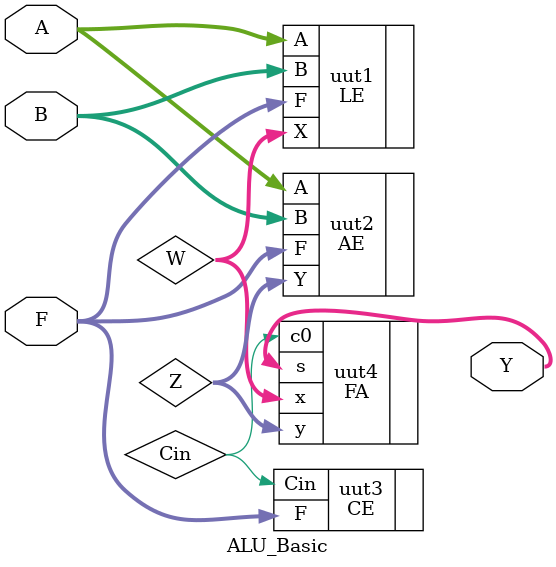
<source format=v>
`timescale 1ns / 1ps


module ALU_Basic(    
    input [3:0] F,
    input [31:0] A,
    input [31:0] B,
    output [31:0] Y
    );
    wire Cin;
    wire [31:0] W, Z;
    LE uut1 (.F(F), .A(A), .B(B), .X(W));
    AE uut2 (.F(F), .A(A), .B(B), .Y(Z));
    CE uut3 (.F(F), .Cin(Cin));
    FA uut4 (.x(W), .y(Z), .c0(Cin), .s(Y));
endmodule

</source>
